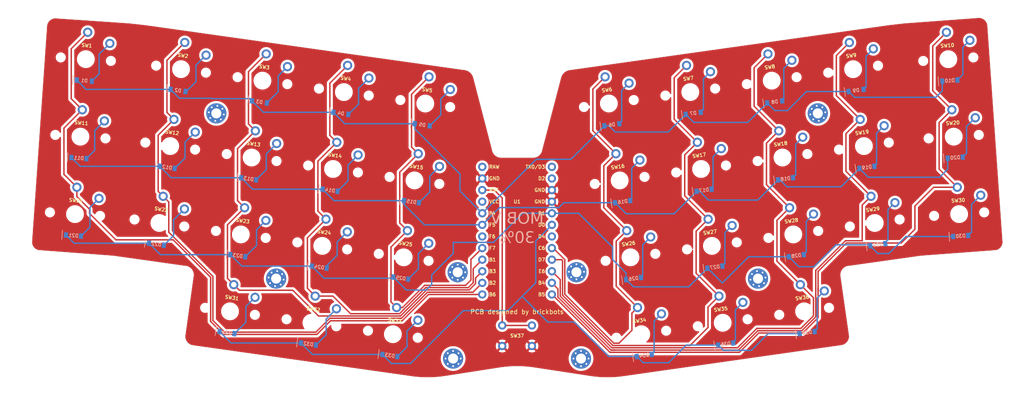
<source format=kicad_pcb>
(kicad_pcb (version 20221018) (generator pcbnew)
  (layers (0 "F.Cu" signal) (31 "B.Cu" signal) (34 "B.Paste" user) (35 "F.Paste" user) (36 "B.SilkS" user "B.Silkscreen") (37 "F.SilkS" user "F.Silkscreen") (38 "B.Mask" user) (39 "F.Mask" user) (44 "Edge.Cuts" user))
  (net 0 "")
  (net 1 "Net-(D1-Pad2)")
  (net 2 "row1")
  (net 3 "Net-(D2-Pad2)")
  (net 4 "Net-(D3-Pad2)")
  (net 5 "Net-(D4-Pad2)")
  (net 6 "Net-(D5-Pad2)")
  (net 7 "Net-(D6-Pad2)")
  (net 8 "Net-(D7-Pad2)")
  (net 9 "Net-(D8-Pad2)")
  (net 10 "Net-(D9-Pad2)")
  (net 11 "Net-(D10-Pad2)")
  (net 12 "Net-(D11-Pad2)")
  (net 13 "row2")
  (net 14 "Net-(D12-Pad2)")
  (net 15 "Net-(D13-Pad2)")
  (net 16 "Net-(D14-Pad2)")
  (net 17 "Net-(D15-Pad2)")
  (net 18 "Net-(D16-Pad2)")
  (net 19 "Net-(D17-Pad2)")
  (net 20 "Net-(D18-Pad2)")
  (net 21 "Net-(D19-Pad2)")
  (net 22 "Net-(D20-Pad2)")
  (net 23 "Net-(D21-Pad2)")
  (net 24 "row3")
  (net 25 "Net-(D22-Pad2)")
  (net 26 "Net-(D23-Pad2)")
  (net 27 "Net-(D24-Pad2)")
  (net 28 "Net-(D25-Pad2)")
  (net 29 "Net-(D26-Pad2)")
  (net 30 "Net-(D27-Pad2)")
  (net 31 "Net-(D28-Pad2)")
  (net 32 "Net-(D29-Pad2)")
  (net 33 "Net-(D30-Pad2)")
  (net 34 "Net-(D31-Pad2)")
  (net 35 "row4")
  (net 36 "Net-(D32-Pad2)")
  (net 37 "Net-(D33-Pad2)")
  (net 38 "Net-(D34-Pad2)")
  (net 39 "Net-(D35-Pad2)")
  (net 40 "Net-(D36-Pad2)")
  (net 41 "Net-(H1-Pad1)")
  (net 42 "Net-(H2-Pad1)")
  (net 43 "Net-(H3-Pad1)")
  (net 44 "Net-(H4-Pad1)")
  (net 45 "Net-(H5-Pad1)")
  (net 46 "Net-(H6-Pad1)")
  (net 47 "Net-(H7-Pad1)")
  (net 48 "Net-(H8-Pad1)")
  (net 49 "col1")
  (net 50 "col2")
  (net 51 "col3")
  (net 52 "col4")
  (net 53 "col5")
  (net 54 "col6")
  (net 55 "col7")
  (net 56 "col8")
  (net 57 "col9")
  (net 58 "col10")
  (net 59 "GND")
  (net 60 "reset")
  (net 61 "Net-(U1-Pad1)")
  (net 62 "Net-(U1-Pad2)")
  (net 63 "VCC")
  (net 64 "Net-(U1-Pad24)")
  (net 65 "Net-(U1-Pad7)")
  (net 66 "Net-(U1-Pad18)")
  (footprint "Horizon:Mount_M2" (layer "F.Cu") (at 96 93)
    (fp_text reference "H1" hide)
    (fp_text value "Hole_Pad" hide)
  )
  (footprint "Horizon:Mount_M2" (layer "F.Cu") (at 123 74)
    (fp_text reference "H2" hide)
    (fp_text value "Hole_Pad" hide)
  )
  (footprint "Horizon:Mount_M2" (layer "F.Cu") (at 57.252521 75.49344 -8)
    (fp_text reference "H3" hide)
    (fp_text value "Hole_Pad" hide)
  )
  (footprint "Horizon:Mount_M2" (layer "F.Cu") (at 97 74.1)
    (fp_text reference "H4" hide)
    (fp_text value "Hole_Pad" hide)
  )
  (footprint "Horizon:Mount_M2" (layer "F.Cu") (at 162.747479 75.49344 8)
    (fp_text reference "H5" hide)
    (fp_text value "Hole_Pad" hide)
  )
  (footprint "Horizon:Mount_M2" (layer "F.Cu") (at 124 93)
    (fp_text reference "H6" hide)
    (fp_text value "Hole_Pad" hide)
  )
  (footprint "Horizon:Mount_M2" (layer "F.Cu") (at 175.840418 39.31921 8)
    (fp_text reference "H7" hide)
    (fp_text value "Hole_Pad" hide)
  )
  (footprint "Horizon:SW_Choc" (layer "F.Cu") (at 36.431532 29.639471 -8)
    (fp_text reference "SW2")
    (fp_text value "SW_Push")
  )
  (footprint "Horizon:SW_Choc" (layer "F.Cu") (at 54.254966 32.154489 -8)
    (fp_text reference "SW3")
    (fp_text value "SW_Push")
  )
  (footprint "Horizon:SW_Choc" (layer "F.Cu") (at 72.079791 34.659605 -8)
    (fp_text reference "SW4")
    (fp_text value "SW_Push")
  )
  (footprint "Horizon:SW_Choc" (layer "F.Cu") (at 89.904616 37.164721 -8)
    (fp_text reference "SW5")
    (fp_text value "SW_Push")
  )
  (footprint "Horizon:SW_Choc" (layer "F.Cu") (at 34.064198 46.48393 -8)
    (fp_text reference "SW12")
    (fp_text value "SW_Push")
  )
  (footprint "Horizon:SW_Choc" (layer "F.Cu") (at 51.889023 48.989046 -8)
    (fp_text reference "SW13")
    (fp_text value "SW_Push")
  )
  (footprint "Horizon:SW_Choc" (layer "F.Cu") (at 87.538673 53.999278 -8)
    (fp_text reference "SW15")
    (fp_text value "SW_Push")
  )
  (footprint "Horizon:SW_Choc" (layer "F.Cu") (at 13.217725 61.376106 -4)
    (fp_text reference "SW21")
    (fp_text value "SW_Push")
  )
  (footprint "Horizon:SW_Choc" (layer "F.Cu") (at 31.698255 63.318488 -8)
    (fp_text reference "SW22")
    (fp_text value "SW_Push")
  )
  (footprint "Horizon:SW_Choc" (layer "F.Cu") (at 49.52308 65.823603 -8)
    (fp_text reference "SW23")
    (fp_text value "SW_Push")
  )
  (footprint "Horizon:SW_Choc" (layer "F.Cu") (at 67.347905 68.328719 -8)
    (fp_text reference "SW24")
    (fp_text value "SW_Push")
  )
  (footprint "Horizon:SW_Choc" (layer "F.Cu") (at 85.172731 70.833835 -8)
    (fp_text reference "SW25")
    (fp_text value "SW_Push")
  )
  (footprint "Horizon:SW_Choc" (layer "F.Cu") (at 47.157137 82.658161 -8)
    (fp_text reference "SW31")
    (fp_text value "SW_Push")
  )
  (footprint "Horizon:SW_Choc" (layer "F.Cu") (at 64.981963 85.163276 -8)
    (fp_text reference "SW32")
    (fp_text value "SW_Push")
  )
  (footprint "Horizon:SW_Choc" (layer "F.Cu") (at 82.806788 87.668392 -8)
    (fp_text reference "SW33")
    (fp_text value "SW_Push")
  )
  (footprint "Horizon:SW_Push_6mm" (layer "F.Cu") (at 110 88 180)
    (fp_text reference "SW37")
    (fp_text value "Reset Switch")
  )
  (footprint "Horizon:SW_Choc" (layer "F.Cu") (at 69.713848 51.494162 -8)
    (fp_text reference "SW14")
    (fp_text value "SW_Push")
  )
  (footprint "Horizon:SW_Choc" (layer "F.Cu") (at 15.590142 27.448952 -4)
    (fp_text reference "SW1")
    (fp_text value "SW_Push")
  )
  (footprint "Horizon:Pro-Micro" (layer "F.Cu") (at 110 47)
    (fp_text reference "U1")
    (fp_text value "Pro-Micro" hide)
  )
  (footprint "Horizon:SW_Choc" (layer "F.Cu") (at 170.47692 65.823603 8)
    (fp_text reference "SW28")
    (fp_text value "SW_Push")
  )
  (footprint "Horizon:SW_Choc" (layer "F.Cu") (at 188.301745 63.318488 8)
    (fp_text reference "SW29")
    (fp_text value "SW_Push")
  )
  (footprint "Horizon:SW_Choc" (layer "F.Cu") (at 206.782275 61.376106 4)
    (fp_text reference "SW30")
    (fp_text value "SW_Push")
  )
  (footprint "Horizon:SW_Choc" (layer "F.Cu") (at 137.193212 87.668392 8)
    (fp_text reference "SW34")
    (fp_text value "SW_Push")
  )
  (footprint "Horizon:SW_Choc" (layer "F.Cu") (at 155.018037 85.163276 8)
    (fp_text reference "SW35")
    (fp_text value "SW_Push")
  )
  (footprint "Horizon:SW_Choc" (layer "F.Cu") (at 172.842863 82.658161 8)
    (fp_text reference "SW36")
    (fp_text value "SW_Push")
  )
  (footprint "Horizon:SW_Choc" (layer "F.Cu") (at 152.652095 68.328719 8)
    (fp_text reference "SW27")
    (fp_text value "SW_Push")
  )
  (footprint "Horizon:SW_Choc" (layer "F.Cu") (at 134.827269 70.833835 8)
    (fp_text reference "SW26")
    (fp_text value "SW_Push")
  )
  (footprint "Horizon:SW_Choc" (layer "F.Cu") (at 205.596416 44.417517 4)
    (fp_text reference "SW20")
    (fp_text value "SW_Push")
  )
  (footprint "Horizon:SW_Choc" (layer "F.Cu") (at 185.935802 46.48393 8)
    (fp_text reference "SW19")
    (fp_text value "SW_Push")
  )
  (footprint "Horizon:SW_Choc" (layer "F.Cu") (at 150.286152 51.494162 8)
    (fp_text reference "SW17")
    (fp_text value "SW_Push")
  )
  (footprint "Horizon:SW_Choc" (layer "F.Cu") (at 168.110977 48.989046 8)
    (fp_text reference "SW18")
    (fp_text value "SW_Push")
  )
  (footprint "Horizon:SW_Choc" (layer "F.Cu") (at 132.461327 53.999278 8)
    (fp_text reference "SW16")
    (fp_text value "SW_Push")
  )
  (footprint "Horizon:SW_Choc" (layer "F.Cu") (at 204.410556 27.458928 4)
    (fp_text reference "SW10")
    (fp_text value "SW_Push")
  )
  (footprint "Horizon:SW_Choc" (layer "F.Cu") (at 165.745034 32.154489 8)
    (fp_text reference "SW8")
    (fp_text value "SW_Push")
  )
  (footprint "Horizon:SW_Choc" (layer "F.Cu") (at 147.920209 34.659605 8)
    (fp_text reference "SW7")
    (fp_text value "SW_Push")
  )
  (footprint "Horizon:SW_Choc" (layer "F.Cu") (at 130.095384 37.164721 8)
    (fp_text reference "SW6")
    (fp_text value "SW_Push")
  )
  (footprint "Horizon:Mount_M2" (layer "F.Cu") (at 44.159582 39.31921 -8)
    (fp_text reference "H8" hide)
    (fp_text value "Hole_Pad" hide)
  )
  (footprint "Horizon:SW_Choc" (layer "F.Cu") (at 183.56986 29.649373 8)
    (fp_text reference "SW9")
    (fp_text value "SW_Push")
  )
  (footprint "Horizon:SW_Choc" (layer "F.Cu") (at 14.403584 44.417517 -4)
    (fp_text reference "SW11")
    (fp_text value "SW_Push")
  )
  (footprint "Horizon:D_SOD-123" (layer "B.Cu") (at 15.261589 32.147479 -4)
    (fp_text reference "D1")
    (fp_text value "D" hide)
  )
  (footprint "Horizon:D_SOD-123" (layer "B.Cu") (at 35.776027 34.303633 -8)
    (fp_text reference "D2")
    (fp_text value "D" hide)
  )
  (footprint "Horizon:D_SOD-123" (layer "B.Cu") (at 53.600852 36.808749 -8)
    (fp_text reference "D3")
    (fp_text value "D" hide)
  )
  (footprint "Horizon:D_SOD-123" (layer "B.Cu") (at 71.425677 39.313865 -8)
    (fp_text reference "D4")
    (fp_text value "D" hide)
  )
  (footprint "Horizon:D_SOD-123" (layer "B.Cu") (at 89.250502 41.818981 -8)
    (fp_text reference "D5")
    (fp_text value "D" hide)
  )
  (footprint "Horizon:D_SOD-123" (layer "B.Cu") (at 14.075729 49.106068 -4)
    (fp_text reference "D11")
    (fp_text value "D" hide)
  )
  (footprint "Horizon:D_SOD-123" (layer "B.Cu") (at 33.410084 51.13819 -8)
    (fp_text reference "D12")
    (fp_text value "D" hide)
  )
  (footprint "Horizon:D_SOD-123" (layer "B.Cu") (at 51.234909 53.643306 -8)
    (fp_text reference "D13")
    (fp_text value "D" hide)
  )
  (footprint "Horizon:D_SOD-123" (layer "B.Cu") (at 69.059734 56.148422 -8)
    (fp_text reference "D14")
    (fp_text value "D" hide)
  )
  (footprint "Horizon:D_SOD-123" (layer "B.Cu") (at 86.88456 58.653538 -8)
    (fp_text reference "D15")
    (fp_text value "D" hide)
  )
  (footprint "Horizon:D_SOD-123" (layer "B.Cu") (at 12.889869 66.064657 -4)
    (fp_text reference "D21")
    (fp_text value "D" hide)
  )
  (footprint "Horizon:D_SOD-123" (layer "B.Cu") (at 31.044141 67.972747 -8)
    (fp_text reference "D22")
    (fp_text value "D" hide)
  )
  (footprint "Horizon:D_SOD-123" (layer "B.Cu") (at 48.868967 70.477863 -8)
    (fp_text reference "D23")
    (fp_text value "D" hide)
  )
  (footprint "Horizon:D_SOD-123" (layer "B.Cu") (at 66.693792 72.982979 -8)
    (fp_text reference "D24")
    (fp_text value "D" hide)
  )
  (footprint "Horizon:D_SOD-123" (layer "B.Cu") (at 84.532534 75.389068 -8)
    (fp_text reference "D25")
    (fp_text value "D" hide)
  )
  (footprint "Horizon:D_SOD-123" (layer "B.Cu") (at 46.503024 87.31242 -8)
    (fp_text reference "D31")
    (fp_text value "D" hide)
  )
  (footprint "Horizon:D_SOD-123" (layer "B.Cu") (at 64.327849 89.817536 -8)
    (fp_text reference "D32")
    (fp_text value "D" hide)
  )
  (footprint "Horizon:D_SOD-123" (layer "B.Cu") (at 82.152674 92.322652 -8)
    (fp_text reference "D33")
    (fp_text value "D" hide)
  )
  (footprint "Horizon:D_SOD-123" (layer "B.Cu") (at 137.847326 92.322652 8)
    (fp_text reference "D34")
    (fp_text value "D" hide)
  )
  (footprint "Horizon:D_SOD-123" (layer "B.Cu") (at 155.672151 89.817536 8)
    (fp_text reference "D35")
    (fp_text value "D" hide)
  )
  (footprint "Horizon:D_SOD-123" (layer "B.Cu") (at 173.496976 87.31242 8)
    (fp_text reference "D36")
    (fp_text value "D" hide)
  )
  (footprint "Horizon:D_SOD-123" (layer "B.Cu") (at 188.969776 68.071774 8)
    (fp_text reference "D29")
    (fp_text value "D" hide)
  )
  (footprint "Horizon:D_SOD-123" (layer "B.Cu") (at 207.117106 66.164413 4)
    (fp_text reference "D30")
    (fp_text value "D" hide)
  )
  (footprint "Horizon:D_SOD-123" (layer "B.Cu") (at 171.131033 70.477863 8)
    (fp_text reference "D28")
    (fp_text value "D" hide)
  )
  (footprint "Horizon:D_SOD-123" (layer "B.Cu") (at 153.306208 72.982979 8)
    (fp_text reference "D27")
    (fp_text value "D" hide)
  )
  (footprint "Horizon:D_SOD-123" (layer "B.Cu") (at 135.481383 75.488095 8)
    (fp_text reference "D26")
    (fp_text value "D" hide)
  )
  (footprint "Horizon:D_SOD-123" (layer "B.Cu") (at 186.589916 51.13819 8)
    (fp_text reference "D19")
    (fp_text value "D" hide)
  )
  (footprint "Horizon:D_SOD-123" (layer "B.Cu") (at 205.917296 49.006312 4)
    (fp_text reference "D20")
    (fp_text value "D" hide)
  )
  (footprint "Horizon:D_SOD-123" (layer "B.Cu") (at 133.11544 58.653538 8)
    (fp_text reference "D16")
    (fp_text value "D" hide)
  )
  (footprint "Horizon:D_SOD-123" (layer "B.Cu") (at 150.940266 56.148422 8)
    (fp_text reference "D17")
    (fp_text value "D" hide)
  )
  (footprint "Horizon:D_SOD-123" (layer "B.Cu") (at 168.765091 53.643306 8)
    (fp_text reference "D18")
    (fp_text value "D" hide)
  )
  (footprint "Horizon:D_SOD-123" (layer "B.Cu") (at 166.399148 36.808749 8)
    (fp_text reference "D8")
    (fp_text value "D" hide)
  )
  (footprint "Horizon:D_SOD-123" (layer "B.Cu") (at 204.738411 32.147479 4)
    (fp_text reference "D10")
    (fp_text value "D" hide)
  )
  (footprint "Horizon:D_SOD-123" (layer "B.Cu") (at 148.574323 39.313865 8)
    (fp_text reference "D7")
    (fp_text value "D" hide)
  )
  (footprint "Horizon:D_SOD-123" (layer "B.Cu") (at 130.749498 41.818981 8)
    (fp_text reference "D6")
    (fp_text value "D" hide)
  )
  (footprint "Horizon:D_SOD-123" (layer "B.Cu") (at 184.223973 34.303633 8)
    (fp_text reference "D9")
    (fp_text value "D" hide)
  )
  (gr_arc (start 98.3 29.8) (mid 99.674863 30.332295) (end 100.444869 31.589546) (stroke (width 0.05)) (layer "Edge.Cuts"))
  (gr_arc (start 106.5 49) (mid 105.184791 48.506727) (end 104.51834 47.270226) (stroke (width 0.05)) (layer "Edge.Cuts"))
  (gr_arc (start 211.1 18.4) (mid 212.304579 18.83065) (end 212.963103 19.927379) (stroke (width 0.05)) (layer "Edge.Cuts"))
  (gr_arc (start 216.3 67.5) (mid 215.772792 68.772792) (end 214.5 69.3) (stroke (width 0.05)) (layer "Edge.Cuts"))
  (gr_arc (start 37.2 72.7) (mid 38.776411 73.469175) (end 39.140285 75.185071) (stroke (width 0.05)) (layer "Edge.Cuts"))
  (gr_arc (start 182.7 88.1) (mid 182.230966 89.386912) (end 181.043858 90.070219) (stroke (width 0.05)) (layer "Edge.Cuts"))
  (gr_arc (start 94.399999 96.8) (mid 90.399999 97.117978) (end 86.399999 96.8) (stroke (width 0.05)) (layer "Edge.Cuts"))
  (gr_arc (start 133.799999 96.8) (mid 129.799999 97.117978) (end 125.799999 96.8) (stroke (width 0.05)) (layer "Edge.Cuts"))
  (gr_line (start 25.1 19.6) (end 8.963103 18.5) (stroke (width 0.05)) (layer "Edge.Cuts"))
  (gr_line (start 7.1 20.027379) (end 3.8 67.5) (stroke (width 0.05)) (layer "Edge.Cuts"))
  (gr_line (start 21.6 70.5) (end 5.6 69.3) (stroke (width 0.05)) (layer "Edge.Cuts"))
  (gr_line (start 21.6 70.5) (end 37.2 72.7) (stroke (width 0.05)) (layer "Edge.Cuts"))
  (gr_line (start 39.140285 75.185071) (end 37.343858 88.129781) (stroke (width 0.05)) (layer "Edge.Cuts"))
  (gr_line (start 39 90.1) (end 86.399999 96.8) (stroke (width 0.05)) (layer "Edge.Cuts"))
  (gr_line (start 94.399999 96.8) (end 105.999999 95.000001) (stroke (width 0.05)) (layer "Edge.Cuts"))
  (gr_line (start 113.999999 95.000001) (end 125.799999 96.8) (stroke (width 0.05)) (layer "Edge.Cuts"))
  (gr_line (start 133.799999 96.8) (end 181.043858 90.070219) (stroke (width 0.05)) (layer "Edge.Cuts"))
  (gr_line (start 198.4 70.5) (end 182.8 72.7) (stroke (width 0.05)) (layer "Edge.Cuts"))
  (gr_line (start 180.859715 75.185071) (end 182.7 88.1) (stroke (width 0.05)) (layer "Edge.Cuts"))
  (gr_line (start 198.4 70.5) (end 214.5 69.3) (stroke (width 0.05)) (layer "Edge.Cuts"))
  (gr_line (start 216.3 67.5) (end 212.963103 19.927379) (stroke (width 0.05)) (layer "Edge.Cuts"))
  (gr_line (start 211.1 18.4) (end 194.8 19.6) (stroke (width 0.05)) (layer "Edge.Cuts"))
  (gr_line (start 28.7 20) (end 98.3 29.8) (stroke (width 0.05)) (layer "Edge.Cuts"))
  (gr_line (start 100.444869 31.589546) (end 104.51834 47.270226) (stroke (width 0.05)) (layer "Edge.Cuts"))
  (gr_line (start 106.5 49) (end 113.51834 49) (stroke (width 0.05)) (layer "Edge.Cuts"))
  (gr_line (start 115.5 47.270226) (end 119.600055 31.589546) (stroke (width 0.05)) (layer "Edge.Cuts"))
  (gr_line (start 121.744924 29.8) (end 191.3 20) (stroke (width 0.05)) (layer "Edge.Cuts"))
  (gr_arc (start 180.859715 75.185071) (mid 181.223589 73.469176) (end 182.8 72.7) (stroke (width 0.05)) (layer "Edge.Cuts"))
  (gr_arc (start 39 90.1) (mid 37.812891 89.416693) (end 37.343858 88.129781) (stroke (width 0.05)) (layer "Edge.Cuts"))
  (gr_arc (start 5.6 69.3) (mid 4.327208 68.772792) (end 3.8 67.5) (stroke (width 0.05)) (layer "Edge.Cuts"))
  (gr_line (start 191.3 20) (end 194.8 19.6) (stroke (width 0.05)) (layer "Edge.Cuts"))
  (gr_arc (start 119.600055 31.589546) (mid 120.370061 30.332295) (end 121.744924 29.8) (stroke (width 0.05)) (layer "Edge.Cuts"))
  (gr_line (start 28.7 20) (end 25.1 19.6) (stroke (width 0.05)) (layer "Edge.Cuts"))
  (gr_arc (start 115.5 47.270226) (mid 114.833548 48.506727) (end 113.51834 49) (stroke (width 0.05)) (layer "Edge.Cuts"))
  (gr_arc (start 105.999999 95.000001) (mid 109.999999 94.682023) (end 113.999999 95.000001) (stroke (width 0.05)) (layer "Edge.Cuts"))
  (gr_arc (start 7.1 20.027379) (mid 7.758524 18.93065) (end 8.963103 18.5) (stroke (width 0.05)) (layer "Edge.Cuts"))
  (gr_text "MOB V\n30%" (at 110 68.1) (layer "B.SilkS") (effects (font (size 2.5 2.5)) (justify bottom mirror)))
  (gr_text "PCB designed by brickbots" (at 110 83.34) (layer "F.SilkS") (effects (font (size 1 1)) (justify bottom)))
  (segment (start 18.5 26.350028) (end 18.5 30.670147) (width 0.3) (layer "B.Cu") (net 1))
  (segment (start 18.5 30.670147) (end 16.90757 32.262577) (width 0.3) (layer "B.Cu") (net 1))
  (segment (start 20.843037 24.006991) (end 18.5 26.350028) (width 0.3) (layer "B.Cu") (net 1))
  (segment (start 166.426821 38.7) (end 164.765206 37.038385) (width 0.3) (layer "B.Cu") (net 2))
  (segment (start 97.5 52.6) (end 97.5 56.31) (width 0.3) (layer "B.Cu") (net 2))
  (segment (start 131.5 43.4) (end 130.148617 42.048617) (width 0.3) (layer "B.Cu") (net 2))
  (segment (start 164.765206 37.038385) (end 161.712563 40.091028) (width 0.3) (layer "B.Cu") (net 2))
  (segment (start 43.2 36.1) (end 51.487797 36.1) (width 0.3) (layer "B.Cu") (net 2))
  (segment (start 160.5 41.3) (end 148.69688 41.3) (width 0.3) (layer "B.Cu") (net 2))
  (segment (start 161.708972 40.091028) (end 160.5 41.3) (width 0.3) (layer "B.Cu") (net 2))
  (segment (start 203.09243 32.262577) (end 203.09243 34.40757) (width 0.3) (layer "B.Cu") (net 2))
  (segment (start 183.856762 35.8) (end 182.590031 34.533269) (width 0.3) (layer "B.Cu") (net 2))
  (segment (start 203.09243 34.40757) (end 201.7 35.8) (width 0.3) (layer "B.Cu") (net 2))
  (segment (start 97.5 56.31) (end 102.38 61.19) (width 0.3) (layer "B.Cu") (net 2))
  (segment (start 148.69688 41.3) (end 146.940381 39.543501) (width 0.3) (layer "B.Cu") (net 2))
  (segment (start 15.657224 34.073997) (end 34.142085 34.073997) (width 0.3) (layer "B.Cu") (net 2))
  (segment (start 13.615608 32.032381) (end 15.657224 34.073997) (width 0.3) (layer "B.Cu") (net 2))
  (segment (start 34.142085 34.073997) (end 36.068088 36) (width 0.3) (layer "B.Cu") (net 2))
  (segment (start 54.472026 39.084229) (end 69.791735 39.084229) (width 0.3) (layer "B.Cu") (net 2))
  (segment (start 87.61656 41.589345) (end 87.61656 42.71656) (width 0.3) (layer "B.Cu") (net 2))
  (segment (start 173.366731 34.533269) (end 169.2 38.7) (width 0.3) (layer "B.Cu") (net 2))
  (segment (start 114.19499 49.37501) (end 102.38 61.19) (width 0.3) (layer "B.Cu") (net 2))
  (segment (start 87.61656 42.71656) (end 97.5 52.6) (width 0.3) (layer "B.Cu") (net 2))
  (segment (start 43.1 36) (end 43.2 36.1) (width 0.3) (layer "B.Cu") (net 2))
  (segment (start 146.940381 39.543501) (end 143.083882 43.4) (width 0.3) (layer "B.Cu") (net 2))
  (segment (start 36.068088 36) (end 43.1 36) (width 0.3) (layer "B.Cu") (net 2))
  (segment (start 201.7 35.8) (end 183.856762 35.8) (width 0.3) (layer "B.Cu") (net 2))
  (segment (start 129.115556 42.048617) (end 121.789163 49.37501) (width 0.3) (layer "B.Cu") (net 2))
  (segment (start 69.791735 39.084229) (end 72.296851 41.589345) (width 0.3) (layer "B.Cu") (net 2))
  (segment (start 130.148617 42.048617) (end 129.115556 42.048617) (width 0.3) (layer "B.Cu") (net 2))
  (segment (start 51.487797 36.1) (end 51.96691 36.579113) (width 0.3) (layer "B.Cu") (net 2))
  (segment (start 169.2 38.7) (end 166.426821 38.7) (width 0.3) (layer "B.Cu") (net 2))
  (segment (start 182.590031 34.533269) (end 173.366731 34.533269) (width 0.3) (layer "B.Cu") (net 2))
  (segment (start 121.789163 49.37501) (end 114.19499 49.37501) (width 0.3) (layer "B.Cu") (net 2))
  (segment (start 51.96691 36.579113) (end 54.472026 39.084229) (width 0.3) (layer "B.Cu") (net 2))
  (segment (start 72.296851 41.589345) (end 87.61656 41.589345) (width 0.3) (layer "B.Cu") (net 2))
  (segment (start 143.083882 43.4) (end 131.5 43.4) (width 0.3) (layer "B.Cu") (net 2))
  (segment (start 161.712563 40.091028) (end 161.708972 40.091028) (width 0.3) (layer "B.Cu") (net 2))
  (segment (start 39.7 28.784048) (end 39.7 32.4) (width 0.3) (layer "B.Cu") (net 3))
  (segment (start 41.91173 26.572318) (end 39.7 28.784048) (width 0.3) (layer "B.Cu") (net 3))
  (segment (start 37.566731 34.533269) (end 37.409969 34.533269) (width 0.3) (layer "B.Cu") (net 3))
  (segment (start 39.7 32.4) (end 37.566731 34.533269) (width 0.3) (layer "B.Cu") (net 3))
  (segment (start 57.7 34.573179) (end 55.234794 37.038385) (width 0.3) (layer "B.Cu") (net 4))
  (segment (start 57.7 31.1225) (end 57.7 34.573179) (width 0.3) (layer "B.Cu") (net 4))
  (segment (start 59.735164 29.087336) (end 57.7 31.1225) (width 0.3) (layer "B.Cu") (net 4))
  (segment (start 75.3 33.852441) (end 75.3 37.30312) (width 0.3) (layer "B.Cu") (net 5))
  (segment (start 75.3 37.30312) (end 73.059619 39.543501) (width 0.3) (layer "B.Cu") (net 5))
  (segment (start 77.559989 31.592452) (end 75.3 33.852441) (width 0.3) (layer "B.Cu") (net 5))
  (segment (start 93.3 39.633061) (end 90.884444 42.048617) (width 0.3) (layer "B.Cu") (net 6))
  (segment (start 93.3 36.182382) (end 93.3 39.633061) (width 0.3) (layer "B.Cu") (net 6))
  (segment (start 95.384814 34.097568) (end 93.3 36.182382) (width 0.3) (layer "B.Cu") (net 6))
  (segment (start 132.9 34.323704) (end 132.9 41.072785) (width 0.3) (layer "B.Cu") (net 7))
  (segment (start 132.9 41.072785) (end 132.38344 41.589345) (width 0.3) (layer "B.Cu") (net 7))
  (segment (start 134.517867 32.705837) (end 132.9 34.323704) (width 0.3) (layer "B.Cu") (net 7))
  (segment (start 150.8 31.743413) (end 150.8 38.492494) (width 0.3) (layer "B.Cu") (net 8))
  (segment (start 152.342692 30.200721) (end 150.8 31.743413) (width 0.3) (layer "B.Cu") (net 8))
  (segment (start 150.8 38.492494) (end 150.208265 39.084229) (width 0.3) (layer "B.Cu") (net 8))
  (segment (start 168.4 29.463122) (end 168.4 36.212203) (width 0.3) (layer "B.Cu") (net 9))
  (segment (start 168.4 36.212203) (end 168.03309 36.579113) (width 0.3) (layer "B.Cu") (net 9))
  (segment (start 170.167517 27.695605) (end 168.4 29.463122) (width 0.3) (layer "B.Cu") (net 9))
  (segment (start 186.4 33.531912) (end 185.857915 34.073997) (width 0.3) (layer "B.Cu") (net 10))
  (segment (start 186.4 26.782832) (end 186.4 33.531912) (width 0.3) (layer "B.Cu") (net 10))
  (segment (start 187.992343 25.190489) (end 186.4 26.782832) (width 0.3) (layer "B.Cu") (net 10))
  (segment (start 209.133302 23.319402) (end 207.6 24.852704) (width 0.3) (layer "B.Cu") (net 11))
  (segment (start 207.6 30.816773) (end 206.384392 32.032381) (width 0.3) (layer "B.Cu") (net 11))
  (segment (start 207.6 24.852704) (end 207.6 30.816773) (width 0.3) (layer "B.Cu") (net 11))
  (segment (start 19.656479 40.975556) (end 17.532035 43.1) (width 0.3) (layer "B.Cu") (net 12))
  (segment (start 17.532035 43.1) (end 17.532035 47.410841) (width 0.3) (layer "B.Cu") (net 12))
  (segment (start 17.532035 47.410841) (end 15.72171 49.221166) (width 0.3) (layer "B.Cu") (net 12))
  (segment (start 162.704091 58.3) (end 167.131149 53.872942) (width 0.3) (layer "B.Cu") (net 13))
  (segment (start 85.250618 59.250618) (end 89.73 63.73) (width 0.3) (layer "B.Cu") (net 13))
  (segment (start 14.347332 50.908554) (end 31.776142 50.908554) (width 0.3) (layer "B.Cu") (net 13))
  (segment (start 204.271315 51.528685) (end 204.271315 49.12141) (width 0.3) (layer "B.Cu") (net 13))
  (segment (start 169.1 55.4) (end 180.9238 55.4) (width 0.3) (layer "B.Cu") (net 13))
  (segment (start 149.306324 56.378058) (end 149.978058 56.378058) (width 0.3) (layer "B.Cu") (net 13))
  (segment (start 131.481498 58.883174) (end 131.483174 58.883174) (width 0.3) (layer "B.Cu") (net 13))
  (segment (start 52.106083 55.918786) (end 67.425792 55.918786) (width 0.3) (layer "B.Cu") (net 13))
  (segment (start 151.9 58.3) (end 162.704091 58.3) (width 0.3) (layer "B.Cu") (net 13))
  (segment (start 131.481498 58.883174) (end 120.216826 58.883174) (width 0.3) (layer "B.Cu") (net 13))
  (segment (start 180.9238 55.4) (end 184.955974 51.367826) (width 0.3) (layer "B.Cu") (net 13))
  (segment (start 120.216826 58.883174) (end 119.160001 59.939999) (width 0.3) (layer "B.Cu") (net 13))
  (segment (start 131.483174 58.883174) (end 133.9 61.3) (width 0.3) (layer "B.Cu") (net 13))
  (segment (start 12.429748 48.99097) (end 14.347332 50.908554) (width 0.3) (layer "B.Cu") (net 13))
  (segment (start 31.776142 50.908554) (end 34.281258 53.41367) (width 0.3) (layer "B.Cu") (net 13))
  (segment (start 85.250618 58.423902) (end 85.250618 59.250618) (width 0.3) (layer "B.Cu") (net 13))
  (segment (start 149.978058 56.378058) (end 151.9 58.3) (width 0.3) (layer "B.Cu") (net 13))
  (segment (start 184.955974 51.367826) (end 186.888148 53.3) (width 0.3) (layer "B.Cu") (net 13))
  (segment (start 106.170001 59.939999) (end 102.38 63.73) (width 0.3) (layer "B.Cu") (net 13))
  (segment (start 144.384382 61.3) (end 149.306324 56.378058) (width 0.3) (layer "B.Cu") (net 13))
  (segment (start 89.73 63.73) (end 102.38 63.73) (width 0.3) (layer "B.Cu") (net 13))
  (segment (start 119.160001 59.939999) (end 106.170001 59.939999) (width 0.3) (layer "B.Cu") (net 13))
  (segment (start 133.9 61.3) (end 144.384382 61.3) (width 0.3) (layer "B.Cu") (net 13))
  (segment (start 69.930908 58.423902) (end 85.250618 58.423902) (width 0.3) (layer "B.Cu") (net 13))
  (segment (start 49.600967 53.41367) (end 52.106083 55.918786) (width 0.3) (layer "B.Cu") (net 13))
  (segment (start 167.572942 53.872942) (end 169.1 55.4) (width 0.3) (layer "B.Cu") (net 13))
  (segment (start 34.281258 53.41367) (end 49.600967 53.41367) (width 0.3) (layer "B.Cu") (net 13))
  (segment (start 67.425792 55.918786) (end 69.930908 58.423902) (width 0.3) (layer "B.Cu") (net 13))
  (segment (start 202.5 53.3) (end 204.271315 51.528685) (width 0.3) (layer "B.Cu") (net 13))
  (segment (start 167.131149 53.872942) (end 167.572942 53.872942) (width 0.3) (layer "B.Cu") (net 13))
  (segment (start 186.888148 53.3) (end 202.5 53.3) (width 0.3) (layer "B.Cu") (net 13))
  (segment (start 37.3 45.661173) (end 37.3 49.111852) (width 0.3) (layer "B.Cu") (net 14))
  (segment (start 37.3 49.111852) (end 35.044026 51.367826) (width 0.3) (layer "B.Cu") (net 14))
  (segment (start 39.544396 43.416777) (end 37.3 45.661173) (width 0.3) (layer "B.Cu") (net 14))
  (segment (start 57.369221 45.921893) (end 55.091114 48.2) (width 0.3) (layer "B.Cu") (net 15))
  (segment (start 55.091114 48.2) (end 55.091114 51.650679) (width 0.3) (layer "B.Cu") (net 15))
  (segment (start 55.091114 51.650679) (end 52.868851 53.872942) (width 0.3) (layer "B.Cu") (net 15))
  (segment (start 73 50.621055) (end 73 54.071734) (width 0.3) (layer "B.Cu") (net 16))
  (segment (start 75.194046 48.427009) (end 73 50.621055) (width 0.3) (layer "B.Cu") (net 16))
  (segment (start 73 54.071734) (end 70.693676 56.378058) (width 0.3) (layer "B.Cu") (net 16))
  (segment (start 90.9 53.050996) (end 90.9 56.501676) (width 0.3) (layer "B.Cu") (net 17))
  (segment (start 90.9 56.501676) (end 88.518502 58.883174) (width 0.3) (layer "B.Cu") (net 17))
  (segment (start 93.018871 50.932125) (end 90.9 53.050996) (width 0.3) (layer "B.Cu") (net 17))
  (segment (start 136.88381 49.540394) (end 135.1 51.324204) (width 0.3) (layer "B.Cu") (net 18))
  (segment (start 135.1 51.324204) (end 135.1 58.073284) (width 0.3) (layer "B.Cu") (net 18))
  (segment (start 135.1 58.073284) (end 134.749382 58.423902) (width 0.3) (layer "B.Cu") (net 18))
  (segment (start 152.9 55.592994) (end 152.574208 55.918786) (width 0.3) (layer "B.Cu") (net 19))
  (segment (start 154.708635 47.035278) (end 152.9 48.843913) (width 0.3) (layer "B.Cu") (net 19))
  (segment (start 152.9 48.843913) (end 152.9 55.592994) (width 0.3) (layer "B.Cu") (net 19))
  (segment (start 171 52.812703) (end 170.399033 53.41367) (width 0.3) (layer "B.Cu") (net 20))
  (segment (start 172.53346 44.530162) (end 171 46.063622) (width 0.3) (layer "B.Cu") (net 20))
  (segment (start 171 46.063622) (end 171 52.812703) (width 0.3) (layer "B.Cu") (net 20))
  (segment (start 190.358285 42.025046) (end 188.7 43.683331) (width 0.3) (layer "B.Cu") (net 21))
  (segment (start 188.7 43.683331) (end 188.7 50.432412) (width 0.3) (layer "B.Cu") (net 21))
  (segment (start 188.7 50.432412) (end 188.223858 50.908554) (width 0.3) (layer "B.Cu") (net 21))
  (segment (start 208.4 48.054491) (end 207.563277 48.891214) (width 0.3) (layer "B.Cu") (net 22))
  (segment (start 210.319162 40.277991) (end 208.4 42.197153) (width 0.3) (layer "B.Cu") (net 22))
  (segment (start 208.4 42.197153) (end 208.4 48.054491) (width 0.3) (layer "B.Cu") (net 22))
  (segment (start 18.47062 57.934145) (end 16.5 59.904765) (width 0.3) (layer "B.Cu") (net 23))
  (segment (start 16.5 64.215605) (end 14.53585 66.179755) (width 0.3) (layer "B.Cu") (net 23))
  (segment (start 16.5 59.904765) (end 16.5 64.215605) (width 0.3) (layer "B.Cu") (net 23))
  (segment (start 135.5 77.3) (end 147.584881 77.3) (width 0.3) (layer "B.Cu") (net 24))
  (segment (start 47.235025 70.248227) (end 31.915315 70.248227) (width 0.3) (layer "B.Cu") (net 24))
  (segment (start 169.497091 70.707499) (end 171.689592 72.9) (width 0.3) (layer "B.Cu") (net 24))
  (segment (start 96.040001 69.959999) (end 91.3 74.7) (width 0.3) (layer "B.Cu") (net 24))
  (segment (start 187.335834 68.335834) (end 189 70) (width 0.3) (layer "B.Cu") (net 24))
  (segment (start 195.120489 66.279511) (end 205.471125 66.279511) (width 0.3) (layer "B.Cu") (net 24))
  (segment (start 65.05985 72.753343) (end 49.740141 72.753343) (width 0.3) (layer "B.Cu") (net 24))
  (segment (start 111.21 61.19) (end 104.840001 67.559999) (width 0.3) (layer "B.Cu") (net 24))
  (segment (start 171.689592 72.9) (end 175 72.9) (width 0.3) (layer "B.Cu") (net 24))
  (segment (start 67.707915 75.401408) (end 65.05985 72.753343) (width 0.3) (layer "B.Cu") (net 24))
  (segment (start 117.62 61.19) (end 111.21 61.19) (width 0.3) (layer "B.Cu") (net 24))
  (segment (start 133.847441 75.717731) (end 134.394968 76.265258) (width 0.3) (layer "B.Cu") (net 24))
  (segment (start 191.4 70) (end 195.120489 66.279511) (width 0.3) (layer "B.Cu") (net 24))
  (segment (start 13.03744 67.743111) (end 11.243888 65.949559) (width 0.3) (layer "B.Cu") (net 24))
  (segment (start 130.9 71.3) (end 130.9 68.6) (width 0.3) (layer "B.Cu") (net 24))
  (segment (start 123.49 61.19) (end 117.62 61.19) (width 0.3) (layer "B.Cu") (net 24))
  (segment (start 85.73916 78) (end 82.898592 75.159432) (width 0.3) (layer "B.Cu") (net 24))
  (segment (start 130.9 68.6) (end 123.49 61.19) (width 0.3) (layer "B.Cu") (net 24))
  (segment (start 154.9 76.4) (end 155 76.4) (width 0.3) (layer "B.Cu") (net 24))
  (segment (start 91.3 76.8) (end 90.1 78) (width 0.3) (layer "B.Cu") (net 24))
  (segment (start 133.847441 75.717731) (end 133.847441 74.247441) (width 0.3) (layer "B.Cu") (net 24))
  (segment (start 133.847441 74.247441) (end 130.9 71.3) (width 0.3) (layer "B.Cu") (net 24))
  (segment (start 187.134424 68.1) (end 187.335834 68.30141) (width 0.3) (layer "B.Cu") (net 24))
  (segment (start 189 70) (end 191.4 70) (width 0.3) (layer "B.Cu") (net 24))
  (segment (start 29.410199 67.743111) (end 13.03744 67.743111) (width 0.3) (layer "B.Cu") (net 24))
  (segment (start 151.672266 73.212615) (end 151.712615 73.212615) (width 0.3) (layer "B.Cu") (net 24))
  (segment (start 155 76.4) (end 160.692501 70.707499) (width 0.3) (layer "B.Cu") (net 24))
  (segment (start 82.898592 75.401408) (end 67.707915 75.401408) (width 0.3) (layer "B.Cu") (net 24))
  (segment (start 175 72.9) (end 179.8 68.1) (width 0.3) (layer "B.Cu") (net 24))
  (segment (start 90.1 78) (end 85.73916 78) (width 0.3) (layer "B.Cu") (net 24))
  (segment (start 82.898592 75.159432) (end 82.898592 75.401408) (width 0.3) (layer "B.Cu") (net 24))
  (segment (start 187.335834 68.30141) (end 187.335834 68.335834) (width 0.3) (layer "B.Cu") (net 24))
  (segment (start 91.3 74.7) (end 91.3 76.8) (width 0.3) (layer "B.Cu") (net 24))
  (segment (start 134.394968 76.265258) (end 134.465258 76.265258) (width 0.3) (layer "B.Cu") (net 24))
  (segment (start 96.040001 67.559999) (end 96.040001 69.959999) (width 0.3) (layer "B.Cu") (net 24))
  (segment (start 104.840001 67.559999) (end 96.040001 67.559999) (width 0.3) (layer "B.Cu") (net 24))
  (segment (start 160.692501 70.707499) (end 169.497091 70.707499) (width 0.3) (layer "B.Cu") (net 24))
  (segment (start 151.712615 73.212615) (end 154.9 76.4) (width 0.3) (layer "B.Cu") (net 24))
  (segment (start 134.465258 76.265258) (end 135.5 77.3) (width 0.3) (layer "B.Cu") (net 24))
  (segment (start 49.740141 72.753343) (end 47.235025 70.248227) (width 0.3) (layer "B.Cu") (net 24))
  (segment (start 147.584881 77.3) (end 151.672266 73.212615) (width 0.3) (layer "B.Cu") (net 24))
  (segment (start 31.915315 70.248227) (end 29.410199 67.743111) (width 0.3) (layer "B.Cu") (net 24))
  (segment (start 179.8 68.1) (end 187.134424 68.1) (width 0.3) (layer "B.Cu") (net 24))
  (segment (start 34.8 66.080466) (end 32.678083 68.202383) (width 0.3) (layer "B.Cu") (net 25))
  (segment (start 37.178453 60.251335) (end 34.8 62.629788) (width 0.3) (layer "B.Cu") (net 25))
  (segment (start 34.8 62.629788) (end 34.8 66.080466) (width 0.3) (layer "B.Cu") (net 25))
  (segment (start 52.959728 68.25068) (end 50.502909 70.707499) (width 0.3) (layer "B.Cu") (net 26))
  (segment (start 52.959728 64.8) (end 52.959728 68.25068) (width 0.3) (layer "B.Cu") (net 26))
  (segment (start 55.003278 62.75645) (end 52.959728 64.8) (width 0.3) (layer "B.Cu") (net 26))
  (segment (start 70.6 70.4) (end 68.327734 72.672266) (width 0.3) (layer "B.Cu") (net 27))
  (segment (start 68.327734 72.672266) (end 68.327734 73.212615) (width 0.3) (layer "B.Cu") (net 27))
  (segment (start 70.6 67.489669) (end 70.6 70.4) (width 0.3) (layer "B.Cu") (net 27))
  (segment (start 72.828103 65.261566) (end 70.6 67.489669) (width 0.3) (layer "B.Cu") (net 27))
  (segment (start 90.652929 67.766682) (end 88.4 70.019611) (width 0.3) (layer "B.Cu") (net 28))
  (segment (start 88.4 70.019611) (end 88.4 73.38518) (width 0.3) (layer "B.Cu") (net 28))
  (segment (start 88.4 73.38518) (end 86.166476 75.618704) (width 0.3) (layer "B.Cu") (net 28))
  (segment (start 137.5 74.873784) (end 137.115325 75.258459) (width 0.3) (layer "B.Cu") (net 29))
  (segment (start 139.249752 66.374951) (end 137.5 68.124703) (width 0.3) (layer "B.Cu") (net 29))
  (segment (start 137.5 68.124703) (end 137.5 74.873784) (width 0.3) (layer "B.Cu") (net 29))
  (segment (start 155.5 72.193493) (end 154.94015 72.753343) (width 0.3) (layer "B.Cu") (net 30))
  (segment (start 155.5 65.444413) (end 155.5 72.193493) (width 0.3) (layer "B.Cu") (net 30))
  (segment (start 157.074578 63.869835) (end 155.5 65.444413) (width 0.3) (layer "B.Cu") (net 30))
  (segment (start 173.3 62.964122) (end 173.3 69.713202) (width 0.3) (layer "B.Cu") (net 31))
  (segment (start 174.899403 61.364719) (end 173.3 62.964122) (width 0.3) (layer "B.Cu") (net 31))
  (segment (start 173.3 69.713202) (end 172.764975 70.248227) (width 0.3) (layer "B.Cu") (net 31))
  (segment (start 190.603718 67.596282) (end 190.603718 67.842138) (width 0.3) (layer "B.Cu") (net 32))
  (segment (start 191.2 60.383832) (end 191.2 67) (width 0.3) (layer "B.Cu") (net 32))
  (segment (start 191.2 67) (end 190.603718 67.596282) (width 0.3) (layer "B.Cu") (net 32))
  (segment (start 192.724228 58.859604) (end 191.2 60.383832) (width 0.3) (layer "B.Cu") (net 32))
  (segment (start 209.5 59.241601) (end 209.5 65.312402) (width 0.3) (layer "B.Cu") (net 33))
  (segment (start 211.505021 57.23658) (end 209.5 59.241601) (width 0.3) (layer "B.Cu") (net 33))
  (segment (start 209.5 65.312402) (end 208.763087 66.049315) (width 0.3) (layer "B.Cu") (net 33))
  (segment (start 52.637335 79.591008) (end 50.628343 81.6) (width 0.3) (layer "B.Cu") (net 34))
  (segment (start 50.628343 81.6) (end 50.628343 85.050679) (width 0.3) (layer "B.Cu") (net 34))
  (segment (start 50.628343 85.050679) (end 48.136966 87.542056) (width 0.3) (layer "B.Cu") (net 34))
  (segment (start 86.674284 94.074284) (end 98.248568 82.5) (width 0.3) (layer "B.Cu") (net 35))
  (segment (start 136.252288 92.552288) (end 137.6 93.9) (width 0.3) (layer "B.Cu") (net 35))
  (segment (start 137.6 93.9) (end 143.2 93.9) (width 0.3) (layer "B.Cu") (net 35))
  (segment (start 122.5 85) (end 116.7 85) (width 0.3) (layer "B.Cu") (net 35))
  (segment (start 143.2 93.9) (end 147.052828 90.047172) (width 0.3) (layer "B.Cu") (net 35))
  (segment (start 114.1 67.25) (end 117.62 63.73) (width 0.3) (layer "B.Cu") (net 35))
  (segment (start 65.199023 92.093016) (end 80.518732 92.093016) (width 0.3) (layer "B.Cu") (net 35))
  (segment (start 47.374198 89.5879) (end 62.693907 89.5879) (width 0.3) (layer "B.Cu") (net 35))
  (segment (start 44.869082 87.082784) (end 47.374198 89.5879) (width 0.3) (layer "B.Cu") (net 35))
  (segment (start 62.693907 89.5879) (end 65.199023 92.093016) (width 0.3) (layer "B.Cu") (net 35))
  (segment (start 116.7 85) (end 111.1 79.4) (width 0.3) (layer "B.Cu") (net 35))
  (segment (start 98.248568 82.5) (end 108 82.5) (width 0.3) (layer "B.Cu") (net 35))
  (segment (start 114.1 76.4) (end 114.1 67.25) (width 0.3) (layer "B.Cu") (net 35))
  (segment (start 130.052288 92.552288) (end 122.5 85) (width 0.3) (layer "B.Cu") (net 35))
  (segment (start 164.957944 87.542056) (end 171.863034 87.542056) (width 0.3) (layer "B.Cu") (net 35))
  (segment (start 136.213384 92.552288) (end 130.052288 92.552288) (width 0.3) (layer "B.Cu") (net 35))
  (segment (start 80.518732 92.093016) (end 82.5 94.074284) (width 0.3) (layer "B.Cu") (net 35))
  (segment (start 82.5 94.074284) (end 86.674284 94.074284) (width 0.3) (layer "B.Cu") (net 35))
  (segment (start 154.047172 90.047172) (end 155.2 91.2) (width 0.3) (layer "B.Cu") (net 35))
  (segment (start 161.3 91.2) (end 164.957944 87.542056) (width 0.3) (layer "B.Cu") (net 35))
  (segment (start 155.2 91.2) (end 161.3 91.2) (width 0.3) (layer "B.Cu") (net 35))
  (segment (start 136.213384 92.552288) (end 136.252288 92.552288) (width 0.3) (layer "B.Cu") (net 35))
  (segment (start 147.052828 90.047172) (end 154.038209 90.047172) (width 0.3) (layer "B.Cu") (net 35))
  (segment (start 111.1 79.4) (end 114.1 76.4) (width 0.3) (layer "B.Cu") (net 35))
  (segment (start 154.038209 90.047172) (end 154.047172 90.047172) (width 0.3) (layer "B.Cu") (net 35))
  (segment (start 108 82.5) (end 111.1 79.4) (width 0.3) (layer "B.Cu") (net 35))
  (segment (start 68.2 87.808963) (end 65.961791 90.047172) (width 0.3) (layer "B.Cu") (net 36))
  (segment (start 68.2 84.358284) (end 68.2 87.808963) (width 0.3) (layer "B.Cu") (net 36))
  (segment (start 70.462161 82.096123) (end 68.2 84.358284) (width 0.3) (layer "B.Cu") (net 36))
  (segment (start 85.9 90.438904) (end 83.786616 92.552288) (width 0.3) (layer "B.Cu") (net 37))
  (segment (start 85.9 86.988225) (end 85.9 90.438904) (width 0.3) (layer "B.Cu") (net 37))
  (segment (start 88.286986 84.601239) (end 85.9 86.988225) (width 0.3) (layer "B.Cu") (net 37))
  (segment (start 141.615695 83.209508) (end 140 84.825203) (width 0.3) (layer "B.Cu") (net 38))
  (segment (start 140 91.574284) (end 139.481268 92.093016) (width 0.3) (layer "B.Cu") (net 38))
  (segment (start 140 84.825203) (end 140 91.574284) (width 0.3) (layer "B.Cu") (net 38))
  (segment (start 157.8 89.093993) (end 157.306093 89.5879) (width 0.3) (layer "B.Cu") (net 39))
  (segment (start 157.8 82.344912) (end 157.8 89.093993) (width 0.3) (layer "B.Cu") (net 39))
  (segment (start 159.44052 80.704392) (end 157.8 82.344912) (width 0.3) (layer "B.Cu") (net 39))
  (segment (start 175.7 86.513702) (end 175.130918 87.082784) (width 0.3) (layer "B.Cu") (net 40))
  (segment (start 175.7 79.764623) (end 175.7 86.513702) (width 0.3) (layer "B.Cu") (net 40))
  (segment (start 177.265346 78.199277) (end 175.7 79.764623) (width 0.3) (layer "B.Cu") (net 40))
  (segment (start 34.7 67) (end 22.168558 67) (width 0.3) (layer "F.Cu") (net 49))
  (segment (start 13.629288 57.529288) (end 13.629288 55.490478) (width 0.3) (layer "F.Cu") (net 49))
  (segment (start 10.8 42.547036) (end 10.8 52.66119) (width 0.3) (layer "F.Cu") (net 49))
  (segment (start 69.157634 84.728727) (end 66.173074 87.713287) (width 0.3) (layer "F.Cu") (net 49))
  (segment (start 12.4 25.165029) (end 12.4 36.116742) (width 0.3) (layer "F.Cu") (net 49))
  (segment (start 16.4 60.3) (end 13.629288 57.529288) (width 0.3) (layer "F.Cu") (net 49))
  (segment (start 42.910664 84.868712) (end 42.910664 75.210664) (width 0.3) (layer "F.Cu") (net 49))
  (segment (start 90.603081 78.97) (end 84.844354 84.728727) (width 0.3) (layer "F.Cu") (net 49))
  (segment (start 84.844354 84.728727) (end 69.157634 84.728727) (width 0.3) (layer "F.Cu") (net 49))
  (segment (start 42.910664 75.210664) (end 34.7 67) (width 0.3) (layer "F.Cu") (net 49))
  (segment (start 102.38 78.97) (end 90.603081 78.97) (width 0.3) (layer "F.Cu") (net 49))
  (segment (start 45.755239 87.713287) (end 42.910664 84.868712) (width 0.3) (layer "F.Cu") (net 49))
  (segment (start 14.815147 38.531889) (end 10.8 42.547036) (width 0.3) (layer "F.Cu") (net 49))
  (segment (start 12.4 36.116742) (end 14.815147 38.531889) (width 0.3) (layer "F.Cu") (net 49))
  (segment (start 16.001705 21.563324) (end 12.4 25.165029) (width 0.3) (layer "F.Cu") (net 49))
  (segment (start 66.173074 87.713287) (end 45.755239 87.713287) (width 0.3) (layer "F.Cu") (net 49))
  (segment (start 22.168558 67) (end 16.4 61.231442) (width 0.3) (layer "F.Cu") (net 49))
  (segment (start 16.4 61.231442) (end 16.4 60.3) (width 0.3) (layer "F.Cu") (net 49))
  (segment (start 10.8 52.66119) (end 13.629288 55.490478) (width 0.3) (layer "F.Cu") (net 49))
  (segment (start 33.748256 58.704786) (end 32.519376 57.475906) (width 0.3) (layer "F.Cu") (net 50))
  (segment (start 34.885319 40.641348) (end 31.426667 44.1) (width 0.3) (layer "F.Cu") (net 50))
  (segment (start 33.349542 39.105571) (end 34.885319 40.641348) (width 0.3) (layer "F.Cu") (net 50))
  (segment (start 65.965964 87.213277) (end 45.962349 87.213277) (width 0.3) (layer "F.Cu") (net 50))
  (segment (start 31.426667 44.1) (end 31.426667 56.383197) (width 0.3) (layer "F.Cu") (net 50))
  (segment (start 31.426667 56.383197) (end 32.519376 57.475906) (width 0.3) (layer "F.Cu") (net 50))
  (segment (start 43.410674 84.661602) (end 43.410674 75.003554) (width 0.3) (layer "F.Cu") (net 50))
  (segment (start 33.748256 65.341136) (end 33.748256 58.704786) (width 0.3) (layer "F.Cu") (net 50))
  (segment (start 90.395971 78.46999) (end 100.34001 78.46999) (width 0.3) (layer "F.Cu") (net 50))
  (segment (start 37.252653 23.796889) (end 33.349542 27.7) (width 0.3) (layer "F.Cu") (net 50))
  (segment (start 100.34001 78.46999) (end 102.38 76.43) (width 0.3) (layer "F.Cu") (net 50))
  (segment (start 43.410674 75.003554) (end 33.748256 65.341136) (width 0.3) (layer "F.Cu") (net 50))
  (segment (start 69.00341 84.175831) (end 65.965964 87.213277) (width 0.3) (layer "F.Cu") (net 50))
  (segment (start 84.69013 84.175831) (end 90.395971 78.46999) (width 0.3) (layer "F.Cu") (net 50))
  (segment (start 84.69013 84.175831) (end 69.00341 84.175831) (width 0.3) (layer "F.Cu") (net 50))
  (segment (start 45.962349 87.213277) (end 43.410674 84.661602) (width 0.3) (layer "F.Cu") (net 50))
  (segment (start 33.349542 27.7) (end 33.349542 39.105571) (width 0.3) (layer "F.Cu") (net 50))
  (segment (start 60.89613 78.043441) (end 49.20612 78.043441) (width 0.3) (layer "F.Cu") (net 51))
  (segment (start 46.6 63.725222) (end 46.6 75.437321) (width 0.3) (layer "F.Cu") (net 51))
  (segment (start 51.2 41.63632) (end 52.710144 43.146464) (width 0.3) (layer "F.Cu") (net 51))
  (segment (start 46.6 75.437321) (end 47.978258 76.815579) (width 0.3) (layer "F.Cu") (net 51))
  (segment (start 99.53002 77.96998) (end 100.9 76.6) (width 0.3) (layer "F.Cu") (net 51))
  (segment (start 50.344201 59.981021) (end 46.6 63.725222) (width 0.3) (layer "F.Cu") (net 51))
  (segment (start 49.20612 78.043441) (end 47.978258 76.815579) (width 0.3) (layer "F.Cu") (net 51))
  (segment (start 48.8 47.056608) (end 48.8 58.43682) (width 0.3) (layer "F.Cu") (net 51))
  (segment (start 52.710144 43.146464) (end 48.8 47.056608) (width 0.3) (layer "F.Cu") (net 51))
  (segment (start 101.71 73.89) (end 102.38 73.89) (width 0.3) (layer "F.Cu") (net 51))
  (segment (start 66.52851 83.675821) (end 60.89613 78.043441) (width 0.3) (layer "F.Cu") (net 51))
  (segment (start 51.2 30.187994) (end 51.2 41.63632) (width 0.3) (layer "F.Cu") (net 51))
  (segment (start 48.8 58.43682) (end 50.344201 59.981021) (width 0.3) (layer "F.Cu") (net 51))
  (segment (start 84.48302 83.675821) (end 90.188861 77.96998) (width 0.3) (layer "F.Cu") (net 51))
  (segment (start 84.48302 83.675821) (end 66.52851 83.675821) (width 0.3) (layer "F.Cu") (net 51))
  (segment (start 100.9 76.6) (end 100.9 75.37) (width 0.3) (layer "F.Cu") (net 51))
  (segment (start 90.188861 77.96998) (end 99.53002 77.96998) (width 0.3) (layer "F.Cu") (net 51))
  (segment (start 100.9 75.37) (end 102.38 73.89) (width 0.3) (layer "F.Cu") (net 51))
  (segment (start 55.076087 26.311907) (end 51.2 30.187994) (width 0.3) (layer "F.Cu") (net 51))
  (segment (start 66.4 49.786549) (end 66.4 60.717111) (width 0.3) (layer "F.Cu") (net 52))
  (segment (start 84.27591 83.175811) (end 73.539851 83.175811) (width 0.3) (layer "F.Cu") (net 52))
  (segment (start 70.534969 45.65158) (end 66.4 49.786549) (width 0.3) (layer "F.Cu") (net 52))
  (segment (start 72.900912 28.817023) (end 69.017935 32.7) (width 0.3) (layer "F.Cu") (net 52))
  (segment (start 85.3 82.151721) (end 85.12586 82.32586) (width 0.3) (layer "F.Cu") (net 52))
  (segment (start 89.981751 77.46997) (end 85.125861 82.32586) (width 0.3) (layer "F.Cu") (net 52))
  (segment (start 73.539851 83.175811) (end 69.684734 79.320694) (width 0.3) (layer "F.Cu") (net 52))
  (segment (start 68.169026 62.486137) (end 64.1 66.555163) (width 0.3) (layer "F.Cu") (net 52))
  (segment (start 100.39999 73.33001) (end 100.39999 76.39289) (width 0.3) (layer "F.Cu") (net 52))
  (segment (start 100.39999 76.39289) (end 99.32291 77.46997) (width 0.3) (layer "F.Cu") (net 52))
  (segment (start 85.12586 82.32586) (end 84.27591 83.175811) (width 0.3) (layer "F.Cu") (net 52))
  (segment (start 64.1 77.61761) (end 65.803084 79.320694) (width 0.3) (layer "F.Cu") (net 52))
  (segment (start 102.38 71.35) (end 100.39999 73.33001) (width 0.3) (layer "F.Cu") (net 52))
  (segment (start 69.684734 79.320694) (end 65.803084 79.320694) (width 0.3) (layer "F.Cu") (net 52))
  (segment (start 99.32291 77.46997) (end 89.981751 77.46997) (width 0.3) (layer "F.Cu") (net 52))
  (segment (start 64.1 66.555163) (end 64.1 77.61761) (width 0.3) (layer "F.Cu") (net 52))
  (segment (start 85.125861 82.32586) (end 85.12586 82.32586) (width 0.3) (layer "F.Cu") (net 52))
  (segment (start 69.017935 32.7) (end 69.017935 44.134546) (width 0.3) (layer "F.Cu") (net 52))
  (segment (start 66.4 60.717111) (end 68.169026 62.486137) (width 0.3) (layer "F.Cu") (net 52))
  (segment (start 69.017935 44.134546) (end 70.534969 45.65158) (width 0.3) (layer "F.Cu") (net 52))
  (segment (start 82.4 80.597901) (end 83.627909 81.82581) (width 0.3) (layer "F.Cu") (net 53))
  (segment (start 84.31649 52.2) (end 84.31649 63.313891) (width 0.3) (layer "F.Cu") (net 53))
  (segment (start 86.9 46.696902) (end 88.359794 48.156696) (width 0.3) (layer "F.Cu") (net 53))
  (segment (start 83.627909 81.264971) (end 83.627909 81.82581) (width 0.3) (layer "F.Cu") (net 53))
  (segment (start 86.9 35.147876) (end 86.9 46.696902) (width 0.3) (layer "F.Cu") (net 53))
  (segment (start 89.774641 76.96996) (end 84.918791 81.82581) (width 0.3) (layer "F.Cu") (net 53))
  (segment (start 98.73004 76.96996) (end 89.774641 76.96996) (width 0.3) (layer "F.Cu") (net 53))
  (segment (start 99.89998 71.29002) (end 99.89998 75.80002) (width 0.3) (layer "F.Cu") (net 53))
  (segment (start 82.4 68.585105) (end 82.4 80.597901) (width 0.3) (layer "F.Cu") (net 53))
  (segment (start 99.89998 75.80002) (end 98.73004 76.96996) (width 0.3) (layer "F.Cu") (net 53))
  (segment (start 84.918791 81.82581) (end 83.627909 81.82581) (width 0.3) (layer "F.Cu") (net 53))
  (segment (start 90.725737 31.322139) (end 86.9 35.147876) (width 0.3) (layer "F.Cu") (net 53))
  (segment (start 88.359794 48.156696) (end 84.31649 52.2) (width 0.3) (layer "F.Cu") (net 53))
  (segment (start 84.31649 63.313891) (end 85.993852 64.991253) (width 0.3) (layer "F.Cu") (net 53))
  (segment (start 85.993852 64.991253) (end 82.4 68.585105) (width 0.3) (layer "F.Cu") (net 53))
  (segment (start 102.38 68.81) (end 99.89998 71.29002) (width 0.3) (layer "F.Cu") (net 53))
  (segment (start 128.996902 50.8) (end 128.996902 59.982007) (width 0.3) (layer "F.Cu") (net 54))
  (segment (start 131.7 67.297401) (end 131.7 77.153719) (width 0.3) (layer "F.Cu") (net 54))
  (segment (start 117.909998 68.81) (end 117.62 68.81) (width 0.3) (layer "F.Cu") (net 54))
  (segment (start 129.274263 31.322139) (end 126.6 33.996402) (width 0.3) (layer "F.Cu") (net 54))
  (segment (start 128.996902 59.982007) (end 134.006148 64.991253) (width 0.3) (layer "F.Cu") (net 54))
  (segment (start 132.322739 89.633845) (end 131.170737 89.633845) (width 0.3) (layer "F.Cu") (net 54))
  (segment (start 120.449999 71.350001) (end 117.909998 68.81) (width 0.3) (layer "F.Cu") (net 54))
  (segment (start 126.6 43.11649) (end 131.640206 48.156696) (width 0.3) (layer "F.Cu") (net 54))
  (segment (start 131.640206 48.156696) (end 128.996902 50.8) (width 0.3) (layer "F.Cu") (net 54))
  (segment (start 135.143211 83.05469) (end 135.143211 86.813373) (width 0.3) (layer "F.Cu") (net 54))
  (segment (start 131.7 77.153719) (end 136.372091 81.82581) (width 0.3) (layer "F.Cu") (net 54))
  (segment (start 135.143211 86.813373) (end 132.322739 89.633845) (width 0.3) (layer "F.Cu") (net 54))
  (segment (start 131.170737 89.633845) (end 120.449999 78.913107) (width 0.3) (layer "F.Cu") (net 54))
  (segment (start 136.372091 81.82581) (end 135.143211 83.05469) (width 0.3) (layer "F.Cu") (net 54))
  (segment (start 134.006148 64.991253) (end 131.7 67.297401) (width 0.3) (layer "F.Cu") (net 54))
  (segment (start 120.449999 78.913107) (end 120.449999 71.350001) (width 0.3) (layer "F.Cu") (net 54))
  (segment (start 126.6 33.996402) (end 126.6 43.11649) (width 0.3) (layer "F.Cu") (net 54))
  (segment (start 119.742878 71.35) (end 119.949989 71.557111) (width 0.3) (layer "F.Cu") (net 55))
  (segment (start 119.949989 79.120217) (end 130.963627 90.133855) (width 0.3) (layer "F.Cu") (net 55))
  (segment (start 117.62 71.35) (end 119.742878 71.35) (width 0.3) (layer "F.Cu") (net 55))
  (segment (start 151.830974 62.486137) (end 149.2 65.117111) (width 0.3) (layer "F.Cu") (net 55))
  (segment (start 149.2 65.117111) (end 149.2 74.323778) (width 0.3) (layer "F.Cu") (net 55))
  (segment (start 144.4 31.516111) (end 144.4 40.586549) (width 0.3) (layer "F.Cu") (net 55))
  (segment (start 119.949989 71.557111) (end 119.949989 79.120217) (width 0.3) (layer "F.Cu") (net 55))
  (segment (start 151.8 81.71761) (end 154.196916 79.320694) (width 0.3) (layer "F.Cu") (net 55))
  (segment (start 151.8 86.2) (end 151.8 81.71761) (width 0.3) (layer "F.Cu") (net 55))
  (segment (start 130.963627 90.133855) (end 147.866145 90.133855) (width 0.3) (layer "F.Cu") (net 55))
  (segment (start 147.099088 28.817023) (end 144.4 31.516111) (width 0.3) (layer "F.Cu") (net 55))
  (segment (start 146.7 48.416611) (end 146.7 57.355163) (width 0.3) (layer "F.Cu") (net 55))
  (segment (start 147.866145 90.133855) (end 151.8 86.2) (width 0.3) (layer "F.Cu") (net 55))
  (segment (start 149.465031 45.65158) (end 146.7 48.416611) (width 0.3) (layer "F.Cu") (net 55))
  (segment (start 144.4 40.586549) (end 149.465031 45.65158) (width 0.3) (layer "F.Cu") (net 55))
  (segment (start 146.7 57.355163) (end 151.830974 62.486137) (width 0.3) (layer "F.Cu") (net 55))
  (segment (start 149.2 74.323778) (end 154.196916 79.320694) (width 0.3) (layer "F.Cu") (net 55))
  (segment (start 164.6 54.925222) (end 169.655799 59.981021) (width 0.3) (layer "F.Cu") (net 56))
  (segment (start 130.756517 90.633865) (end 158.266135 90.633865) (width 0.3) (layer "F.Cu") (net 56))
  (segment (start 117.62 73.89) (end 119.449979 75.719979) (width 0.3) (layer "F.Cu") (net 56))
  (segment (start 161.9 37.756608) (end 167.289856 43.146464) (width 0.3) (layer "F.Cu") (net 56))
  (segment (start 158.266135 90.633865) (end 162.5 86.4) (width 0.3) (layer "F.Cu") (net 56))
  (segment (start 164.6 45.83632) (end 164.6 54.925222) (width 0.3) (layer "F.Cu") (net 56))
  (segment (start 174.892864 83.642162) (end 174.892864 79.686701) (width 0.3) (layer "F.Cu") (net 56))
  (segment (start 161.9 29.33582) (end 161.9 37.756608) (width 0.3) (layer "F.Cu") (net 56))
  (segment (start 167.289856 43.146464) (end 164.6 45.83632) (width 0.3) (layer "F.Cu") (net 56))
  (segment (start 164.923913 26.311907) (end 161.9 29.33582) (width 0.3) (layer "F.Cu") (net 56))
  (segment (start 169.655799 59.981021) (end 166.9 62.73682) (width 0.3) (layer "F.Cu") (net 56))
  (segment (start 119.449979 79.327327) (end 130.756517 90.633865) (width 0.3) (layer "F.Cu") (net 56))
  (segment (start 166.9 71.693837) (end 172.021742 76.815579) (width 0.3) (layer "F.Cu") (net 56))
  (segment (start 174.892864 79.686701) (end 172.021742 76.815579) (width 0.3) (layer "F.Cu") (net 56))
  (segment (start 162.5 86.4) (end 172.135026 86.4) (width 0.3) (layer "F.Cu") (net 56))
  (segment (start 172.135026 86.4) (end 174.892864 83.642162) (width 0.3) (layer "F.Cu") (net 56))
  (segment (start 119.449979 75.719979) (end 119.449979 79.327327) (width 0.3) (layer "F.Cu") (net 56))
  (segment (start 166.9 62.73682) (end 166.9 71.693837) (width 0.3) (layer "F.Cu") (net 56))
  (segment (start 118.949971 79.534439) (end 130.549405 91.133873) (width 0.3) (layer "F.Cu") (net 57))
  (segment (start 185.114681 40.641348) (end 182 43.756029) (width 0.3) (layer "F.Cu") (net 57))
  (segment (start 162.707112 86.900008) (end 158.473245 91.133875) (width 0.3) (layer "F.Cu") (net 57))
  (segment (start 175.392872 83.849274) (end 172.342138 86.900008) (width 0.3) (layer "F.Cu") (net 57))
  (segment (start 131.366125 91.133875) (end 130.549407 91.133875) (width 0.3) (layer "F.Cu") (net 57))
  (segment (start 158.473245 91.133875) (end 131.366125 91.133875) (width 0.3) (layer "F.Cu") (net 57))
  (segment (start 118.949971 77.759971) (end 118.949971 79.534439) (width 0.3) (layer "F.Cu") (net 57))
  (segment (start 185.559509 59.397021) (end 187.480624 57.475906) (width 0.3) (layer "F.Cu") (net 57))
  (segment (start 182.748739 23.806791) (end 179.9 26.65553) (width 0.3) (layer "F.Cu") (net 57))
  (segment (start 130.549405 91.133873) (end 131.366123 91.133873) (width 0.3) (layer "F.Cu") (net 57))
  (segment (start 131.366123 91.133873) (end 131.366125 91.133875) (width 0.3) (layer "F.Cu") (net 57))
  (segment (start 175.392872 73.707128) (end 181.900008 67.199992) (width 0.3) (layer "F.Cu") (net 57))
  (segment (start 117.62 76.43) (end 118.949971 77.759971) (width 0.3) (layer "F.Cu") (net 57))
  (segment (start 117.62 76.92) (end 117.62 76.43) (width 0.3) (layer "F.Cu") (net 57))
  (segment (start 181.900008 67.199992) (end 185.559509 67.199992) (width 0.3) (layer "F.Cu") (net 57))
  (segment (start 182 43.756029) (end 182 51.995282) (width 0.3) (layer "F.Cu") (net 57))
  (segment (start 179.9 26.65553) (end 179.9 35.426667) (width 0.3) (layer "F.Cu") (net 57))
  (segment (start 175.392872 83.849274) (end 175.392872 73.707128) (width 0.3) (layer "F.Cu") (net 57))
  (segment (start 182 51.995282) (end 187.480624 57.475906) (width 0.3) (layer "F.Cu") (net 57))
  (segment (start 185.559509 67.199992) (end 185.559509 59.397021) (width 0.3) (layer "F.Cu") (net 57))
  (segment (start 179.9 35.426667) (end 185.114681 40.641348) (width 0.3) (layer "F.Cu") (net 57))
  (segment (start 172.342138 86.900008) (end 162.707112 86.900008) (width 0.3) (layer "F.Cu") (net 57))
  (segment (start 117.678412 78.97) (end 117.62 78.97) (width 0.3) (layer "F.Cu") (net 58))
  (segment (start 158.680355 91.633885) (end 130.342297 91.633885) (width 0.3) (layer "F.Cu") (net 58))
  (segment (start 175.9 73.90712) (end 175.9 78.2) (width 0.3) (layer "F.Cu") (net 58))
  (segment (start 130.342297 91.633885) (end 117.678412 78.97) (width 0.3) (layer "F.Cu") (net 58))
  (segment (start 172.549248 87.400018) (end 162.914222 87.400018) (width 0.3) (layer "F.Cu") (net 58))
  (segment (start 201 24.572293) (end 201 34.347036) (width 0.3) (layer "F.Cu") (net 58))
  (segment (start 202.4 51.519766) (end 206.370712 55.490478) (width 0.3) (layer "F.Cu") (net 58))
  (segment (start 175.9 78.2) (end 175.9 84.049266) (width 0.3) (layer "F.Cu") (net 58))
  (segment (start 201 34.347036) (end 205.184853 38.531889) (width 0.3) (layer "F.Cu") (net 58))
  (segment (start 197.1 64.7) (end 194.1 67.7) (width 0.3) (layer "F.Cu") (net 58))
  (segment (start 175.9 77.566621) (end 175.9 78.2) (width 0.3) (layer "F.Cu") (net 58))
  (segment (start 194.1 67.7) (end 182.10712 67.7) (width 0.3) (layer "F.Cu") (net 58))
  (segment (start 162.914222 87.400018) (end 158.680355 91.633885) (width 0.3) (layer "F.Cu") (net 58))
  (segment (start 203.998993 21.5733) (end 201 24.572293) (width 0.3) (layer "F.Cu") (net 58))
  (segment (start 206.370712 55.490478) (end 201.209522 55.490478) (width 0.3) (layer "F.Cu") (net 58))
  (segment (start 205.184853 38.531889) (end 202.4 41.316742) (width 0.3) (layer "F.Cu") (net 58))
  (segment (start 201.209522 55.490478) (end 197.1 59.6) (width 0.3) (layer "F.Cu") (net 58))
  (segment (start 182.10712 67.7) (end 175.9 73.90712) (width 0.3) (layer "F.Cu") (net 58))
  (segment (start 175.9 84.049266) (end 172.549248 87.400018) (width 0.3) (layer "F.Cu") (net 58))
  (segment (start 202.4 41.316742) (end 202.4 51.519766) (width 0.3) (layer "F.Cu") (net 58))
  (segment (start 197.1 59.6) (end 197.1 64.7) (width 0.3) (layer "F.Cu") (net 58))
  (segment (start 102.38 56.11) (end 105.01 56.11) (width 0.3) (layer "F.Cu") (net 60))
  (segment (start 106.75 57.85) (end 106.75 85.75) (width 0.3) (layer "F.Cu") (net 60))
  (segment (start 106.75 85.75) (end 113.25 85.75) (width 0.3) (layer "F.Cu") (net 60))
  (segment (start 105.01 56.11) (end 106.75 57.85) (width 0.3) (layer "F.Cu") (net 60))
  (zone (net 59) (net_name "GND") (layer "F.Cu") (connect_pads (clearance 0.508)) (min_thickness 0.254) (fill yes (thermal_gap 0.508) (thermal_bridge_width 0.508))
    (polygon (pts (xy 221 70.7) (xy 183.3 76.9) (xy 185.1 95.4) (xy 115.3 101) (xy 92 100.2) (xy 34.5 95.4) (xy 24.6 77.1) (xy -3.2 70.7) (xy 5 16.3) (xy 88.3 25.2) (xy 126.6 25) (xy 215.2 14.5)))
  )
)
</source>
